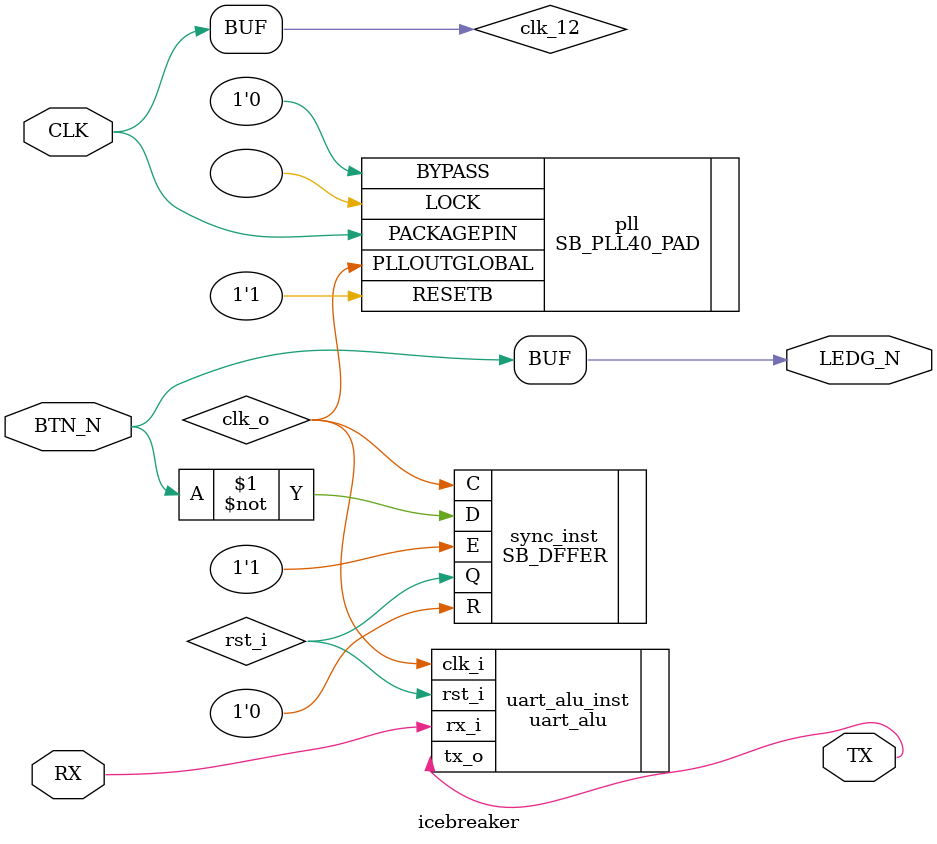
<source format=v>

module icebreaker (
    input  wire CLK,
    input  wire BTN_N,
    output wire LEDG_N,

    input wire RX,
    output wire TX
);

wire clk_12 = CLK; // 12Mhz
wire clk_o; // 33.1776Mhz --> 33.000 MHz

// icepll -i [input] -o [output]
SB_PLL40_PAD #(
    .FEEDBACK_PATH("SIMPLE"),
    .DIVR(4'd0),
    .DIVF(7'b1010111),
    .DIVQ(3'b101),
    .FILTER_RANGE(3'b001)
) pll (
    .LOCK(),
    .RESETB(1'b1),
    .BYPASS(1'b0),
    .PACKAGEPIN(clk_12),
    .PLLOUTGLOBAL(clk_o)
);

// use ~BTN_N for bitstream, BTN_N for gls
wire [0:0] rst_i;
SB_DFFER sync_inst (.C(clk_o), .R(1'b0), .E(1'b1), .D(~BTN_N), .Q(rst_i));

uart_alu #(
    .datawidth_p(8)
) uart_alu_inst (
    .clk_i(clk_o),
    .rst_i(rst_i),
    .rx_i(RX),
    .tx_o(TX)
);

assign LEDG_N = BTN_N;

endmodule

</source>
